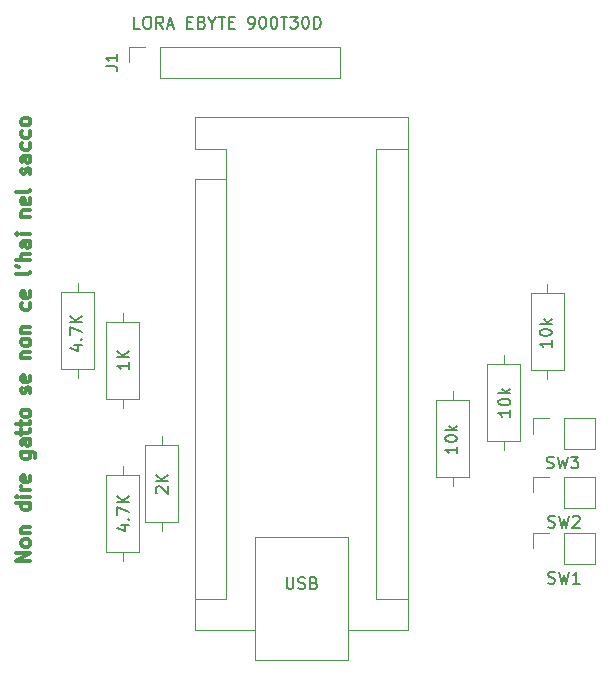
<source format=gto>
G04 #@! TF.GenerationSoftware,KiCad,Pcbnew,7.0.7*
G04 #@! TF.CreationDate,2024-03-11T23:12:30+01:00*
G04 #@! TF.ProjectId,RocketTX,526f636b-6574-4545-982e-6b696361645f,rev?*
G04 #@! TF.SameCoordinates,Original*
G04 #@! TF.FileFunction,Legend,Top*
G04 #@! TF.FilePolarity,Positive*
%FSLAX46Y46*%
G04 Gerber Fmt 4.6, Leading zero omitted, Abs format (unit mm)*
G04 Created by KiCad (PCBNEW 7.0.7) date 2024-03-11 23:12:30*
%MOMM*%
%LPD*%
G01*
G04 APERTURE LIST*
%ADD10C,0.300000*%
%ADD11C,0.150000*%
%ADD12C,0.120000*%
%ADD13C,1.600000*%
%ADD14O,1.600000X1.600000*%
%ADD15C,2.500000*%
%ADD16R,1.700000X1.700000*%
%ADD17O,1.700000X1.700000*%
%ADD18R,1.600000X1.600000*%
G04 APERTURE END LIST*
D10*
X110337542Y-109516917D02*
X109137542Y-109516917D01*
X109137542Y-109516917D02*
X110337542Y-108831203D01*
X110337542Y-108831203D02*
X109137542Y-108831203D01*
X110337542Y-108088346D02*
X110280400Y-108202631D01*
X110280400Y-108202631D02*
X110223257Y-108259774D01*
X110223257Y-108259774D02*
X110108971Y-108316917D01*
X110108971Y-108316917D02*
X109766114Y-108316917D01*
X109766114Y-108316917D02*
X109651828Y-108259774D01*
X109651828Y-108259774D02*
X109594685Y-108202631D01*
X109594685Y-108202631D02*
X109537542Y-108088346D01*
X109537542Y-108088346D02*
X109537542Y-107916917D01*
X109537542Y-107916917D02*
X109594685Y-107802631D01*
X109594685Y-107802631D02*
X109651828Y-107745489D01*
X109651828Y-107745489D02*
X109766114Y-107688346D01*
X109766114Y-107688346D02*
X110108971Y-107688346D01*
X110108971Y-107688346D02*
X110223257Y-107745489D01*
X110223257Y-107745489D02*
X110280400Y-107802631D01*
X110280400Y-107802631D02*
X110337542Y-107916917D01*
X110337542Y-107916917D02*
X110337542Y-108088346D01*
X109537542Y-107174060D02*
X110337542Y-107174060D01*
X109651828Y-107174060D02*
X109594685Y-107116917D01*
X109594685Y-107116917D02*
X109537542Y-107002632D01*
X109537542Y-107002632D02*
X109537542Y-106831203D01*
X109537542Y-106831203D02*
X109594685Y-106716917D01*
X109594685Y-106716917D02*
X109708971Y-106659775D01*
X109708971Y-106659775D02*
X110337542Y-106659775D01*
X110337542Y-104659775D02*
X109137542Y-104659775D01*
X110280400Y-104659775D02*
X110337542Y-104774060D01*
X110337542Y-104774060D02*
X110337542Y-105002632D01*
X110337542Y-105002632D02*
X110280400Y-105116917D01*
X110280400Y-105116917D02*
X110223257Y-105174060D01*
X110223257Y-105174060D02*
X110108971Y-105231203D01*
X110108971Y-105231203D02*
X109766114Y-105231203D01*
X109766114Y-105231203D02*
X109651828Y-105174060D01*
X109651828Y-105174060D02*
X109594685Y-105116917D01*
X109594685Y-105116917D02*
X109537542Y-105002632D01*
X109537542Y-105002632D02*
X109537542Y-104774060D01*
X109537542Y-104774060D02*
X109594685Y-104659775D01*
X110337542Y-104088346D02*
X109537542Y-104088346D01*
X109137542Y-104088346D02*
X109194685Y-104145489D01*
X109194685Y-104145489D02*
X109251828Y-104088346D01*
X109251828Y-104088346D02*
X109194685Y-104031203D01*
X109194685Y-104031203D02*
X109137542Y-104088346D01*
X109137542Y-104088346D02*
X109251828Y-104088346D01*
X110337542Y-103516917D02*
X109537542Y-103516917D01*
X109766114Y-103516917D02*
X109651828Y-103459774D01*
X109651828Y-103459774D02*
X109594685Y-103402632D01*
X109594685Y-103402632D02*
X109537542Y-103288346D01*
X109537542Y-103288346D02*
X109537542Y-103174060D01*
X110280400Y-102316917D02*
X110337542Y-102431203D01*
X110337542Y-102431203D02*
X110337542Y-102659775D01*
X110337542Y-102659775D02*
X110280400Y-102774060D01*
X110280400Y-102774060D02*
X110166114Y-102831203D01*
X110166114Y-102831203D02*
X109708971Y-102831203D01*
X109708971Y-102831203D02*
X109594685Y-102774060D01*
X109594685Y-102774060D02*
X109537542Y-102659775D01*
X109537542Y-102659775D02*
X109537542Y-102431203D01*
X109537542Y-102431203D02*
X109594685Y-102316917D01*
X109594685Y-102316917D02*
X109708971Y-102259775D01*
X109708971Y-102259775D02*
X109823257Y-102259775D01*
X109823257Y-102259775D02*
X109937542Y-102831203D01*
X109537542Y-100316918D02*
X110508971Y-100316918D01*
X110508971Y-100316918D02*
X110623257Y-100374060D01*
X110623257Y-100374060D02*
X110680400Y-100431203D01*
X110680400Y-100431203D02*
X110737542Y-100545489D01*
X110737542Y-100545489D02*
X110737542Y-100716918D01*
X110737542Y-100716918D02*
X110680400Y-100831203D01*
X110280400Y-100316918D02*
X110337542Y-100431203D01*
X110337542Y-100431203D02*
X110337542Y-100659775D01*
X110337542Y-100659775D02*
X110280400Y-100774060D01*
X110280400Y-100774060D02*
X110223257Y-100831203D01*
X110223257Y-100831203D02*
X110108971Y-100888346D01*
X110108971Y-100888346D02*
X109766114Y-100888346D01*
X109766114Y-100888346D02*
X109651828Y-100831203D01*
X109651828Y-100831203D02*
X109594685Y-100774060D01*
X109594685Y-100774060D02*
X109537542Y-100659775D01*
X109537542Y-100659775D02*
X109537542Y-100431203D01*
X109537542Y-100431203D02*
X109594685Y-100316918D01*
X110337542Y-99231204D02*
X109708971Y-99231204D01*
X109708971Y-99231204D02*
X109594685Y-99288346D01*
X109594685Y-99288346D02*
X109537542Y-99402632D01*
X109537542Y-99402632D02*
X109537542Y-99631204D01*
X109537542Y-99631204D02*
X109594685Y-99745489D01*
X110280400Y-99231204D02*
X110337542Y-99345489D01*
X110337542Y-99345489D02*
X110337542Y-99631204D01*
X110337542Y-99631204D02*
X110280400Y-99745489D01*
X110280400Y-99745489D02*
X110166114Y-99802632D01*
X110166114Y-99802632D02*
X110051828Y-99802632D01*
X110051828Y-99802632D02*
X109937542Y-99745489D01*
X109937542Y-99745489D02*
X109880400Y-99631204D01*
X109880400Y-99631204D02*
X109880400Y-99345489D01*
X109880400Y-99345489D02*
X109823257Y-99231204D01*
X109537542Y-98831204D02*
X109537542Y-98374061D01*
X109137542Y-98659775D02*
X110166114Y-98659775D01*
X110166114Y-98659775D02*
X110280400Y-98602632D01*
X110280400Y-98602632D02*
X110337542Y-98488347D01*
X110337542Y-98488347D02*
X110337542Y-98374061D01*
X109537542Y-98145490D02*
X109537542Y-97688347D01*
X109137542Y-97974061D02*
X110166114Y-97974061D01*
X110166114Y-97974061D02*
X110280400Y-97916918D01*
X110280400Y-97916918D02*
X110337542Y-97802633D01*
X110337542Y-97802633D02*
X110337542Y-97688347D01*
X110337542Y-97116919D02*
X110280400Y-97231204D01*
X110280400Y-97231204D02*
X110223257Y-97288347D01*
X110223257Y-97288347D02*
X110108971Y-97345490D01*
X110108971Y-97345490D02*
X109766114Y-97345490D01*
X109766114Y-97345490D02*
X109651828Y-97288347D01*
X109651828Y-97288347D02*
X109594685Y-97231204D01*
X109594685Y-97231204D02*
X109537542Y-97116919D01*
X109537542Y-97116919D02*
X109537542Y-96945490D01*
X109537542Y-96945490D02*
X109594685Y-96831204D01*
X109594685Y-96831204D02*
X109651828Y-96774062D01*
X109651828Y-96774062D02*
X109766114Y-96716919D01*
X109766114Y-96716919D02*
X110108971Y-96716919D01*
X110108971Y-96716919D02*
X110223257Y-96774062D01*
X110223257Y-96774062D02*
X110280400Y-96831204D01*
X110280400Y-96831204D02*
X110337542Y-96945490D01*
X110337542Y-96945490D02*
X110337542Y-97116919D01*
X110280400Y-95345490D02*
X110337542Y-95231204D01*
X110337542Y-95231204D02*
X110337542Y-95002633D01*
X110337542Y-95002633D02*
X110280400Y-94888347D01*
X110280400Y-94888347D02*
X110166114Y-94831204D01*
X110166114Y-94831204D02*
X110108971Y-94831204D01*
X110108971Y-94831204D02*
X109994685Y-94888347D01*
X109994685Y-94888347D02*
X109937542Y-95002633D01*
X109937542Y-95002633D02*
X109937542Y-95174062D01*
X109937542Y-95174062D02*
X109880400Y-95288347D01*
X109880400Y-95288347D02*
X109766114Y-95345490D01*
X109766114Y-95345490D02*
X109708971Y-95345490D01*
X109708971Y-95345490D02*
X109594685Y-95288347D01*
X109594685Y-95288347D02*
X109537542Y-95174062D01*
X109537542Y-95174062D02*
X109537542Y-95002633D01*
X109537542Y-95002633D02*
X109594685Y-94888347D01*
X110280400Y-93859775D02*
X110337542Y-93974061D01*
X110337542Y-93974061D02*
X110337542Y-94202633D01*
X110337542Y-94202633D02*
X110280400Y-94316918D01*
X110280400Y-94316918D02*
X110166114Y-94374061D01*
X110166114Y-94374061D02*
X109708971Y-94374061D01*
X109708971Y-94374061D02*
X109594685Y-94316918D01*
X109594685Y-94316918D02*
X109537542Y-94202633D01*
X109537542Y-94202633D02*
X109537542Y-93974061D01*
X109537542Y-93974061D02*
X109594685Y-93859775D01*
X109594685Y-93859775D02*
X109708971Y-93802633D01*
X109708971Y-93802633D02*
X109823257Y-93802633D01*
X109823257Y-93802633D02*
X109937542Y-94374061D01*
X109537542Y-92374061D02*
X110337542Y-92374061D01*
X109651828Y-92374061D02*
X109594685Y-92316918D01*
X109594685Y-92316918D02*
X109537542Y-92202633D01*
X109537542Y-92202633D02*
X109537542Y-92031204D01*
X109537542Y-92031204D02*
X109594685Y-91916918D01*
X109594685Y-91916918D02*
X109708971Y-91859776D01*
X109708971Y-91859776D02*
X110337542Y-91859776D01*
X110337542Y-91116919D02*
X110280400Y-91231204D01*
X110280400Y-91231204D02*
X110223257Y-91288347D01*
X110223257Y-91288347D02*
X110108971Y-91345490D01*
X110108971Y-91345490D02*
X109766114Y-91345490D01*
X109766114Y-91345490D02*
X109651828Y-91288347D01*
X109651828Y-91288347D02*
X109594685Y-91231204D01*
X109594685Y-91231204D02*
X109537542Y-91116919D01*
X109537542Y-91116919D02*
X109537542Y-90945490D01*
X109537542Y-90945490D02*
X109594685Y-90831204D01*
X109594685Y-90831204D02*
X109651828Y-90774062D01*
X109651828Y-90774062D02*
X109766114Y-90716919D01*
X109766114Y-90716919D02*
X110108971Y-90716919D01*
X110108971Y-90716919D02*
X110223257Y-90774062D01*
X110223257Y-90774062D02*
X110280400Y-90831204D01*
X110280400Y-90831204D02*
X110337542Y-90945490D01*
X110337542Y-90945490D02*
X110337542Y-91116919D01*
X109537542Y-90202633D02*
X110337542Y-90202633D01*
X109651828Y-90202633D02*
X109594685Y-90145490D01*
X109594685Y-90145490D02*
X109537542Y-90031205D01*
X109537542Y-90031205D02*
X109537542Y-89859776D01*
X109537542Y-89859776D02*
X109594685Y-89745490D01*
X109594685Y-89745490D02*
X109708971Y-89688348D01*
X109708971Y-89688348D02*
X110337542Y-89688348D01*
X110280400Y-87688348D02*
X110337542Y-87802633D01*
X110337542Y-87802633D02*
X110337542Y-88031205D01*
X110337542Y-88031205D02*
X110280400Y-88145490D01*
X110280400Y-88145490D02*
X110223257Y-88202633D01*
X110223257Y-88202633D02*
X110108971Y-88259776D01*
X110108971Y-88259776D02*
X109766114Y-88259776D01*
X109766114Y-88259776D02*
X109651828Y-88202633D01*
X109651828Y-88202633D02*
X109594685Y-88145490D01*
X109594685Y-88145490D02*
X109537542Y-88031205D01*
X109537542Y-88031205D02*
X109537542Y-87802633D01*
X109537542Y-87802633D02*
X109594685Y-87688348D01*
X110280400Y-86716919D02*
X110337542Y-86831205D01*
X110337542Y-86831205D02*
X110337542Y-87059777D01*
X110337542Y-87059777D02*
X110280400Y-87174062D01*
X110280400Y-87174062D02*
X110166114Y-87231205D01*
X110166114Y-87231205D02*
X109708971Y-87231205D01*
X109708971Y-87231205D02*
X109594685Y-87174062D01*
X109594685Y-87174062D02*
X109537542Y-87059777D01*
X109537542Y-87059777D02*
X109537542Y-86831205D01*
X109537542Y-86831205D02*
X109594685Y-86716919D01*
X109594685Y-86716919D02*
X109708971Y-86659777D01*
X109708971Y-86659777D02*
X109823257Y-86659777D01*
X109823257Y-86659777D02*
X109937542Y-87231205D01*
X110337542Y-85059777D02*
X110280400Y-85174062D01*
X110280400Y-85174062D02*
X110166114Y-85231205D01*
X110166114Y-85231205D02*
X109137542Y-85231205D01*
X109137542Y-84545491D02*
X109366114Y-84659777D01*
X110337542Y-84031205D02*
X109137542Y-84031205D01*
X110337542Y-83516920D02*
X109708971Y-83516920D01*
X109708971Y-83516920D02*
X109594685Y-83574062D01*
X109594685Y-83574062D02*
X109537542Y-83688348D01*
X109537542Y-83688348D02*
X109537542Y-83859777D01*
X109537542Y-83859777D02*
X109594685Y-83974062D01*
X109594685Y-83974062D02*
X109651828Y-84031205D01*
X110337542Y-82431206D02*
X109708971Y-82431206D01*
X109708971Y-82431206D02*
X109594685Y-82488348D01*
X109594685Y-82488348D02*
X109537542Y-82602634D01*
X109537542Y-82602634D02*
X109537542Y-82831206D01*
X109537542Y-82831206D02*
X109594685Y-82945491D01*
X110280400Y-82431206D02*
X110337542Y-82545491D01*
X110337542Y-82545491D02*
X110337542Y-82831206D01*
X110337542Y-82831206D02*
X110280400Y-82945491D01*
X110280400Y-82945491D02*
X110166114Y-83002634D01*
X110166114Y-83002634D02*
X110051828Y-83002634D01*
X110051828Y-83002634D02*
X109937542Y-82945491D01*
X109937542Y-82945491D02*
X109880400Y-82831206D01*
X109880400Y-82831206D02*
X109880400Y-82545491D01*
X109880400Y-82545491D02*
X109823257Y-82431206D01*
X110337542Y-81859777D02*
X109537542Y-81859777D01*
X109137542Y-81859777D02*
X109194685Y-81916920D01*
X109194685Y-81916920D02*
X109251828Y-81859777D01*
X109251828Y-81859777D02*
X109194685Y-81802634D01*
X109194685Y-81802634D02*
X109137542Y-81859777D01*
X109137542Y-81859777D02*
X109251828Y-81859777D01*
X109537542Y-80374062D02*
X110337542Y-80374062D01*
X109651828Y-80374062D02*
X109594685Y-80316919D01*
X109594685Y-80316919D02*
X109537542Y-80202634D01*
X109537542Y-80202634D02*
X109537542Y-80031205D01*
X109537542Y-80031205D02*
X109594685Y-79916919D01*
X109594685Y-79916919D02*
X109708971Y-79859777D01*
X109708971Y-79859777D02*
X110337542Y-79859777D01*
X110280400Y-78831205D02*
X110337542Y-78945491D01*
X110337542Y-78945491D02*
X110337542Y-79174063D01*
X110337542Y-79174063D02*
X110280400Y-79288348D01*
X110280400Y-79288348D02*
X110166114Y-79345491D01*
X110166114Y-79345491D02*
X109708971Y-79345491D01*
X109708971Y-79345491D02*
X109594685Y-79288348D01*
X109594685Y-79288348D02*
X109537542Y-79174063D01*
X109537542Y-79174063D02*
X109537542Y-78945491D01*
X109537542Y-78945491D02*
X109594685Y-78831205D01*
X109594685Y-78831205D02*
X109708971Y-78774063D01*
X109708971Y-78774063D02*
X109823257Y-78774063D01*
X109823257Y-78774063D02*
X109937542Y-79345491D01*
X110337542Y-78088349D02*
X110280400Y-78202634D01*
X110280400Y-78202634D02*
X110166114Y-78259777D01*
X110166114Y-78259777D02*
X109137542Y-78259777D01*
X110280400Y-76774063D02*
X110337542Y-76659777D01*
X110337542Y-76659777D02*
X110337542Y-76431206D01*
X110337542Y-76431206D02*
X110280400Y-76316920D01*
X110280400Y-76316920D02*
X110166114Y-76259777D01*
X110166114Y-76259777D02*
X110108971Y-76259777D01*
X110108971Y-76259777D02*
X109994685Y-76316920D01*
X109994685Y-76316920D02*
X109937542Y-76431206D01*
X109937542Y-76431206D02*
X109937542Y-76602635D01*
X109937542Y-76602635D02*
X109880400Y-76716920D01*
X109880400Y-76716920D02*
X109766114Y-76774063D01*
X109766114Y-76774063D02*
X109708971Y-76774063D01*
X109708971Y-76774063D02*
X109594685Y-76716920D01*
X109594685Y-76716920D02*
X109537542Y-76602635D01*
X109537542Y-76602635D02*
X109537542Y-76431206D01*
X109537542Y-76431206D02*
X109594685Y-76316920D01*
X110337542Y-75231206D02*
X109708971Y-75231206D01*
X109708971Y-75231206D02*
X109594685Y-75288348D01*
X109594685Y-75288348D02*
X109537542Y-75402634D01*
X109537542Y-75402634D02*
X109537542Y-75631206D01*
X109537542Y-75631206D02*
X109594685Y-75745491D01*
X110280400Y-75231206D02*
X110337542Y-75345491D01*
X110337542Y-75345491D02*
X110337542Y-75631206D01*
X110337542Y-75631206D02*
X110280400Y-75745491D01*
X110280400Y-75745491D02*
X110166114Y-75802634D01*
X110166114Y-75802634D02*
X110051828Y-75802634D01*
X110051828Y-75802634D02*
X109937542Y-75745491D01*
X109937542Y-75745491D02*
X109880400Y-75631206D01*
X109880400Y-75631206D02*
X109880400Y-75345491D01*
X109880400Y-75345491D02*
X109823257Y-75231206D01*
X110280400Y-74145492D02*
X110337542Y-74259777D01*
X110337542Y-74259777D02*
X110337542Y-74488349D01*
X110337542Y-74488349D02*
X110280400Y-74602634D01*
X110280400Y-74602634D02*
X110223257Y-74659777D01*
X110223257Y-74659777D02*
X110108971Y-74716920D01*
X110108971Y-74716920D02*
X109766114Y-74716920D01*
X109766114Y-74716920D02*
X109651828Y-74659777D01*
X109651828Y-74659777D02*
X109594685Y-74602634D01*
X109594685Y-74602634D02*
X109537542Y-74488349D01*
X109537542Y-74488349D02*
X109537542Y-74259777D01*
X109537542Y-74259777D02*
X109594685Y-74145492D01*
X110280400Y-73116921D02*
X110337542Y-73231206D01*
X110337542Y-73231206D02*
X110337542Y-73459778D01*
X110337542Y-73459778D02*
X110280400Y-73574063D01*
X110280400Y-73574063D02*
X110223257Y-73631206D01*
X110223257Y-73631206D02*
X110108971Y-73688349D01*
X110108971Y-73688349D02*
X109766114Y-73688349D01*
X109766114Y-73688349D02*
X109651828Y-73631206D01*
X109651828Y-73631206D02*
X109594685Y-73574063D01*
X109594685Y-73574063D02*
X109537542Y-73459778D01*
X109537542Y-73459778D02*
X109537542Y-73231206D01*
X109537542Y-73231206D02*
X109594685Y-73116921D01*
X110337542Y-72431207D02*
X110280400Y-72545492D01*
X110280400Y-72545492D02*
X110223257Y-72602635D01*
X110223257Y-72602635D02*
X110108971Y-72659778D01*
X110108971Y-72659778D02*
X109766114Y-72659778D01*
X109766114Y-72659778D02*
X109651828Y-72602635D01*
X109651828Y-72602635D02*
X109594685Y-72545492D01*
X109594685Y-72545492D02*
X109537542Y-72431207D01*
X109537542Y-72431207D02*
X109537542Y-72259778D01*
X109537542Y-72259778D02*
X109594685Y-72145492D01*
X109594685Y-72145492D02*
X109651828Y-72088350D01*
X109651828Y-72088350D02*
X109766114Y-72031207D01*
X109766114Y-72031207D02*
X110108971Y-72031207D01*
X110108971Y-72031207D02*
X110223257Y-72088350D01*
X110223257Y-72088350D02*
X110280400Y-72145492D01*
X110280400Y-72145492D02*
X110337542Y-72259778D01*
X110337542Y-72259778D02*
X110337542Y-72431207D01*
D11*
X118038152Y-106523809D02*
X118704819Y-106523809D01*
X117657200Y-106761904D02*
X118371485Y-106999999D01*
X118371485Y-106999999D02*
X118371485Y-106380952D01*
X118609580Y-105999999D02*
X118657200Y-105952380D01*
X118657200Y-105952380D02*
X118704819Y-105999999D01*
X118704819Y-105999999D02*
X118657200Y-106047618D01*
X118657200Y-106047618D02*
X118609580Y-105999999D01*
X118609580Y-105999999D02*
X118704819Y-105999999D01*
X117704819Y-105619047D02*
X117704819Y-104952381D01*
X117704819Y-104952381D02*
X118704819Y-105380952D01*
X118704819Y-104571428D02*
X117704819Y-104571428D01*
X118704819Y-104000000D02*
X118133390Y-104428571D01*
X117704819Y-104000000D02*
X118276247Y-104571428D01*
X150954819Y-96734238D02*
X150954819Y-97305666D01*
X150954819Y-97019952D02*
X149954819Y-97019952D01*
X149954819Y-97019952D02*
X150097676Y-97115190D01*
X150097676Y-97115190D02*
X150192914Y-97210428D01*
X150192914Y-97210428D02*
X150240533Y-97305666D01*
X149954819Y-96115190D02*
X149954819Y-96019952D01*
X149954819Y-96019952D02*
X150002438Y-95924714D01*
X150002438Y-95924714D02*
X150050057Y-95877095D01*
X150050057Y-95877095D02*
X150145295Y-95829476D01*
X150145295Y-95829476D02*
X150335771Y-95781857D01*
X150335771Y-95781857D02*
X150573866Y-95781857D01*
X150573866Y-95781857D02*
X150764342Y-95829476D01*
X150764342Y-95829476D02*
X150859580Y-95877095D01*
X150859580Y-95877095D02*
X150907200Y-95924714D01*
X150907200Y-95924714D02*
X150954819Y-96019952D01*
X150954819Y-96019952D02*
X150954819Y-96115190D01*
X150954819Y-96115190D02*
X150907200Y-96210428D01*
X150907200Y-96210428D02*
X150859580Y-96258047D01*
X150859580Y-96258047D02*
X150764342Y-96305666D01*
X150764342Y-96305666D02*
X150573866Y-96353285D01*
X150573866Y-96353285D02*
X150335771Y-96353285D01*
X150335771Y-96353285D02*
X150145295Y-96305666D01*
X150145295Y-96305666D02*
X150050057Y-96258047D01*
X150050057Y-96258047D02*
X150002438Y-96210428D01*
X150002438Y-96210428D02*
X149954819Y-96115190D01*
X150954819Y-95353285D02*
X149954819Y-95353285D01*
X150573866Y-95258047D02*
X150954819Y-94972333D01*
X150288152Y-94972333D02*
X150669104Y-95353285D01*
X114038152Y-91273809D02*
X114704819Y-91273809D01*
X113657200Y-91511904D02*
X114371485Y-91749999D01*
X114371485Y-91749999D02*
X114371485Y-91130952D01*
X114609580Y-90749999D02*
X114657200Y-90702380D01*
X114657200Y-90702380D02*
X114704819Y-90749999D01*
X114704819Y-90749999D02*
X114657200Y-90797618D01*
X114657200Y-90797618D02*
X114609580Y-90749999D01*
X114609580Y-90749999D02*
X114704819Y-90749999D01*
X113704819Y-90369047D02*
X113704819Y-89702381D01*
X113704819Y-89702381D02*
X114704819Y-90130952D01*
X114704819Y-89321428D02*
X113704819Y-89321428D01*
X114704819Y-88750000D02*
X114133390Y-89178571D01*
X113704819Y-88750000D02*
X114276247Y-89321428D01*
X118704819Y-92714285D02*
X118704819Y-93285713D01*
X118704819Y-92999999D02*
X117704819Y-92999999D01*
X117704819Y-92999999D02*
X117847676Y-93095237D01*
X117847676Y-93095237D02*
X117942914Y-93190475D01*
X117942914Y-93190475D02*
X117990533Y-93285713D01*
X118704819Y-92285713D02*
X117704819Y-92285713D01*
X118704819Y-91714285D02*
X118133390Y-92142856D01*
X117704819Y-91714285D02*
X118276247Y-92285713D01*
X116699819Y-67643333D02*
X117414104Y-67643333D01*
X117414104Y-67643333D02*
X117556961Y-67690952D01*
X117556961Y-67690952D02*
X117652200Y-67786190D01*
X117652200Y-67786190D02*
X117699819Y-67929047D01*
X117699819Y-67929047D02*
X117699819Y-68024285D01*
X117699819Y-66643333D02*
X117699819Y-67214761D01*
X117699819Y-66929047D02*
X116699819Y-66929047D01*
X116699819Y-66929047D02*
X116842676Y-67024285D01*
X116842676Y-67024285D02*
X116937914Y-67119523D01*
X116937914Y-67119523D02*
X116985533Y-67214761D01*
X119619046Y-64454819D02*
X119142856Y-64454819D01*
X119142856Y-64454819D02*
X119142856Y-63454819D01*
X120142856Y-63454819D02*
X120333332Y-63454819D01*
X120333332Y-63454819D02*
X120428570Y-63502438D01*
X120428570Y-63502438D02*
X120523808Y-63597676D01*
X120523808Y-63597676D02*
X120571427Y-63788152D01*
X120571427Y-63788152D02*
X120571427Y-64121485D01*
X120571427Y-64121485D02*
X120523808Y-64311961D01*
X120523808Y-64311961D02*
X120428570Y-64407200D01*
X120428570Y-64407200D02*
X120333332Y-64454819D01*
X120333332Y-64454819D02*
X120142856Y-64454819D01*
X120142856Y-64454819D02*
X120047618Y-64407200D01*
X120047618Y-64407200D02*
X119952380Y-64311961D01*
X119952380Y-64311961D02*
X119904761Y-64121485D01*
X119904761Y-64121485D02*
X119904761Y-63788152D01*
X119904761Y-63788152D02*
X119952380Y-63597676D01*
X119952380Y-63597676D02*
X120047618Y-63502438D01*
X120047618Y-63502438D02*
X120142856Y-63454819D01*
X121571427Y-64454819D02*
X121238094Y-63978628D01*
X120999999Y-64454819D02*
X120999999Y-63454819D01*
X120999999Y-63454819D02*
X121380951Y-63454819D01*
X121380951Y-63454819D02*
X121476189Y-63502438D01*
X121476189Y-63502438D02*
X121523808Y-63550057D01*
X121523808Y-63550057D02*
X121571427Y-63645295D01*
X121571427Y-63645295D02*
X121571427Y-63788152D01*
X121571427Y-63788152D02*
X121523808Y-63883390D01*
X121523808Y-63883390D02*
X121476189Y-63931009D01*
X121476189Y-63931009D02*
X121380951Y-63978628D01*
X121380951Y-63978628D02*
X120999999Y-63978628D01*
X121952380Y-64169104D02*
X122428570Y-64169104D01*
X121857142Y-64454819D02*
X122190475Y-63454819D01*
X122190475Y-63454819D02*
X122523808Y-64454819D01*
X123619047Y-63931009D02*
X123952380Y-63931009D01*
X124095237Y-64454819D02*
X123619047Y-64454819D01*
X123619047Y-64454819D02*
X123619047Y-63454819D01*
X123619047Y-63454819D02*
X124095237Y-63454819D01*
X124857142Y-63931009D02*
X124999999Y-63978628D01*
X124999999Y-63978628D02*
X125047618Y-64026247D01*
X125047618Y-64026247D02*
X125095237Y-64121485D01*
X125095237Y-64121485D02*
X125095237Y-64264342D01*
X125095237Y-64264342D02*
X125047618Y-64359580D01*
X125047618Y-64359580D02*
X124999999Y-64407200D01*
X124999999Y-64407200D02*
X124904761Y-64454819D01*
X124904761Y-64454819D02*
X124523809Y-64454819D01*
X124523809Y-64454819D02*
X124523809Y-63454819D01*
X124523809Y-63454819D02*
X124857142Y-63454819D01*
X124857142Y-63454819D02*
X124952380Y-63502438D01*
X124952380Y-63502438D02*
X124999999Y-63550057D01*
X124999999Y-63550057D02*
X125047618Y-63645295D01*
X125047618Y-63645295D02*
X125047618Y-63740533D01*
X125047618Y-63740533D02*
X124999999Y-63835771D01*
X124999999Y-63835771D02*
X124952380Y-63883390D01*
X124952380Y-63883390D02*
X124857142Y-63931009D01*
X124857142Y-63931009D02*
X124523809Y-63931009D01*
X125714285Y-63978628D02*
X125714285Y-64454819D01*
X125380952Y-63454819D02*
X125714285Y-63978628D01*
X125714285Y-63978628D02*
X126047618Y-63454819D01*
X126238095Y-63454819D02*
X126809523Y-63454819D01*
X126523809Y-64454819D02*
X126523809Y-63454819D01*
X127142857Y-63931009D02*
X127476190Y-63931009D01*
X127619047Y-64454819D02*
X127142857Y-64454819D01*
X127142857Y-64454819D02*
X127142857Y-63454819D01*
X127142857Y-63454819D02*
X127619047Y-63454819D01*
X128857143Y-64454819D02*
X129047619Y-64454819D01*
X129047619Y-64454819D02*
X129142857Y-64407200D01*
X129142857Y-64407200D02*
X129190476Y-64359580D01*
X129190476Y-64359580D02*
X129285714Y-64216723D01*
X129285714Y-64216723D02*
X129333333Y-64026247D01*
X129333333Y-64026247D02*
X129333333Y-63645295D01*
X129333333Y-63645295D02*
X129285714Y-63550057D01*
X129285714Y-63550057D02*
X129238095Y-63502438D01*
X129238095Y-63502438D02*
X129142857Y-63454819D01*
X129142857Y-63454819D02*
X128952381Y-63454819D01*
X128952381Y-63454819D02*
X128857143Y-63502438D01*
X128857143Y-63502438D02*
X128809524Y-63550057D01*
X128809524Y-63550057D02*
X128761905Y-63645295D01*
X128761905Y-63645295D02*
X128761905Y-63883390D01*
X128761905Y-63883390D02*
X128809524Y-63978628D01*
X128809524Y-63978628D02*
X128857143Y-64026247D01*
X128857143Y-64026247D02*
X128952381Y-64073866D01*
X128952381Y-64073866D02*
X129142857Y-64073866D01*
X129142857Y-64073866D02*
X129238095Y-64026247D01*
X129238095Y-64026247D02*
X129285714Y-63978628D01*
X129285714Y-63978628D02*
X129333333Y-63883390D01*
X129952381Y-63454819D02*
X130047619Y-63454819D01*
X130047619Y-63454819D02*
X130142857Y-63502438D01*
X130142857Y-63502438D02*
X130190476Y-63550057D01*
X130190476Y-63550057D02*
X130238095Y-63645295D01*
X130238095Y-63645295D02*
X130285714Y-63835771D01*
X130285714Y-63835771D02*
X130285714Y-64073866D01*
X130285714Y-64073866D02*
X130238095Y-64264342D01*
X130238095Y-64264342D02*
X130190476Y-64359580D01*
X130190476Y-64359580D02*
X130142857Y-64407200D01*
X130142857Y-64407200D02*
X130047619Y-64454819D01*
X130047619Y-64454819D02*
X129952381Y-64454819D01*
X129952381Y-64454819D02*
X129857143Y-64407200D01*
X129857143Y-64407200D02*
X129809524Y-64359580D01*
X129809524Y-64359580D02*
X129761905Y-64264342D01*
X129761905Y-64264342D02*
X129714286Y-64073866D01*
X129714286Y-64073866D02*
X129714286Y-63835771D01*
X129714286Y-63835771D02*
X129761905Y-63645295D01*
X129761905Y-63645295D02*
X129809524Y-63550057D01*
X129809524Y-63550057D02*
X129857143Y-63502438D01*
X129857143Y-63502438D02*
X129952381Y-63454819D01*
X130904762Y-63454819D02*
X131000000Y-63454819D01*
X131000000Y-63454819D02*
X131095238Y-63502438D01*
X131095238Y-63502438D02*
X131142857Y-63550057D01*
X131142857Y-63550057D02*
X131190476Y-63645295D01*
X131190476Y-63645295D02*
X131238095Y-63835771D01*
X131238095Y-63835771D02*
X131238095Y-64073866D01*
X131238095Y-64073866D02*
X131190476Y-64264342D01*
X131190476Y-64264342D02*
X131142857Y-64359580D01*
X131142857Y-64359580D02*
X131095238Y-64407200D01*
X131095238Y-64407200D02*
X131000000Y-64454819D01*
X131000000Y-64454819D02*
X130904762Y-64454819D01*
X130904762Y-64454819D02*
X130809524Y-64407200D01*
X130809524Y-64407200D02*
X130761905Y-64359580D01*
X130761905Y-64359580D02*
X130714286Y-64264342D01*
X130714286Y-64264342D02*
X130666667Y-64073866D01*
X130666667Y-64073866D02*
X130666667Y-63835771D01*
X130666667Y-63835771D02*
X130714286Y-63645295D01*
X130714286Y-63645295D02*
X130761905Y-63550057D01*
X130761905Y-63550057D02*
X130809524Y-63502438D01*
X130809524Y-63502438D02*
X130904762Y-63454819D01*
X131523810Y-63454819D02*
X132095238Y-63454819D01*
X131809524Y-64454819D02*
X131809524Y-63454819D01*
X132333334Y-63454819D02*
X132952381Y-63454819D01*
X132952381Y-63454819D02*
X132619048Y-63835771D01*
X132619048Y-63835771D02*
X132761905Y-63835771D01*
X132761905Y-63835771D02*
X132857143Y-63883390D01*
X132857143Y-63883390D02*
X132904762Y-63931009D01*
X132904762Y-63931009D02*
X132952381Y-64026247D01*
X132952381Y-64026247D02*
X132952381Y-64264342D01*
X132952381Y-64264342D02*
X132904762Y-64359580D01*
X132904762Y-64359580D02*
X132857143Y-64407200D01*
X132857143Y-64407200D02*
X132761905Y-64454819D01*
X132761905Y-64454819D02*
X132476191Y-64454819D01*
X132476191Y-64454819D02*
X132380953Y-64407200D01*
X132380953Y-64407200D02*
X132333334Y-64359580D01*
X133571429Y-63454819D02*
X133666667Y-63454819D01*
X133666667Y-63454819D02*
X133761905Y-63502438D01*
X133761905Y-63502438D02*
X133809524Y-63550057D01*
X133809524Y-63550057D02*
X133857143Y-63645295D01*
X133857143Y-63645295D02*
X133904762Y-63835771D01*
X133904762Y-63835771D02*
X133904762Y-64073866D01*
X133904762Y-64073866D02*
X133857143Y-64264342D01*
X133857143Y-64264342D02*
X133809524Y-64359580D01*
X133809524Y-64359580D02*
X133761905Y-64407200D01*
X133761905Y-64407200D02*
X133666667Y-64454819D01*
X133666667Y-64454819D02*
X133571429Y-64454819D01*
X133571429Y-64454819D02*
X133476191Y-64407200D01*
X133476191Y-64407200D02*
X133428572Y-64359580D01*
X133428572Y-64359580D02*
X133380953Y-64264342D01*
X133380953Y-64264342D02*
X133333334Y-64073866D01*
X133333334Y-64073866D02*
X133333334Y-63835771D01*
X133333334Y-63835771D02*
X133380953Y-63645295D01*
X133380953Y-63645295D02*
X133428572Y-63550057D01*
X133428572Y-63550057D02*
X133476191Y-63502438D01*
X133476191Y-63502438D02*
X133571429Y-63454819D01*
X134333334Y-64454819D02*
X134333334Y-63454819D01*
X134333334Y-63454819D02*
X134571429Y-63454819D01*
X134571429Y-63454819D02*
X134714286Y-63502438D01*
X134714286Y-63502438D02*
X134809524Y-63597676D01*
X134809524Y-63597676D02*
X134857143Y-63692914D01*
X134857143Y-63692914D02*
X134904762Y-63883390D01*
X134904762Y-63883390D02*
X134904762Y-64026247D01*
X134904762Y-64026247D02*
X134857143Y-64216723D01*
X134857143Y-64216723D02*
X134809524Y-64311961D01*
X134809524Y-64311961D02*
X134714286Y-64407200D01*
X134714286Y-64407200D02*
X134571429Y-64454819D01*
X134571429Y-64454819D02*
X134333334Y-64454819D01*
X154166667Y-111407200D02*
X154309524Y-111454819D01*
X154309524Y-111454819D02*
X154547619Y-111454819D01*
X154547619Y-111454819D02*
X154642857Y-111407200D01*
X154642857Y-111407200D02*
X154690476Y-111359580D01*
X154690476Y-111359580D02*
X154738095Y-111264342D01*
X154738095Y-111264342D02*
X154738095Y-111169104D01*
X154738095Y-111169104D02*
X154690476Y-111073866D01*
X154690476Y-111073866D02*
X154642857Y-111026247D01*
X154642857Y-111026247D02*
X154547619Y-110978628D01*
X154547619Y-110978628D02*
X154357143Y-110931009D01*
X154357143Y-110931009D02*
X154261905Y-110883390D01*
X154261905Y-110883390D02*
X154214286Y-110835771D01*
X154214286Y-110835771D02*
X154166667Y-110740533D01*
X154166667Y-110740533D02*
X154166667Y-110645295D01*
X154166667Y-110645295D02*
X154214286Y-110550057D01*
X154214286Y-110550057D02*
X154261905Y-110502438D01*
X154261905Y-110502438D02*
X154357143Y-110454819D01*
X154357143Y-110454819D02*
X154595238Y-110454819D01*
X154595238Y-110454819D02*
X154738095Y-110502438D01*
X155071429Y-110454819D02*
X155309524Y-111454819D01*
X155309524Y-111454819D02*
X155500000Y-110740533D01*
X155500000Y-110740533D02*
X155690476Y-111454819D01*
X155690476Y-111454819D02*
X155928572Y-110454819D01*
X156833333Y-111454819D02*
X156261905Y-111454819D01*
X156547619Y-111454819D02*
X156547619Y-110454819D01*
X156547619Y-110454819D02*
X156452381Y-110597676D01*
X156452381Y-110597676D02*
X156357143Y-110692914D01*
X156357143Y-110692914D02*
X156261905Y-110740533D01*
X154166667Y-106657200D02*
X154309524Y-106704819D01*
X154309524Y-106704819D02*
X154547619Y-106704819D01*
X154547619Y-106704819D02*
X154642857Y-106657200D01*
X154642857Y-106657200D02*
X154690476Y-106609580D01*
X154690476Y-106609580D02*
X154738095Y-106514342D01*
X154738095Y-106514342D02*
X154738095Y-106419104D01*
X154738095Y-106419104D02*
X154690476Y-106323866D01*
X154690476Y-106323866D02*
X154642857Y-106276247D01*
X154642857Y-106276247D02*
X154547619Y-106228628D01*
X154547619Y-106228628D02*
X154357143Y-106181009D01*
X154357143Y-106181009D02*
X154261905Y-106133390D01*
X154261905Y-106133390D02*
X154214286Y-106085771D01*
X154214286Y-106085771D02*
X154166667Y-105990533D01*
X154166667Y-105990533D02*
X154166667Y-105895295D01*
X154166667Y-105895295D02*
X154214286Y-105800057D01*
X154214286Y-105800057D02*
X154261905Y-105752438D01*
X154261905Y-105752438D02*
X154357143Y-105704819D01*
X154357143Y-105704819D02*
X154595238Y-105704819D01*
X154595238Y-105704819D02*
X154738095Y-105752438D01*
X155071429Y-105704819D02*
X155309524Y-106704819D01*
X155309524Y-106704819D02*
X155500000Y-105990533D01*
X155500000Y-105990533D02*
X155690476Y-106704819D01*
X155690476Y-106704819D02*
X155928572Y-105704819D01*
X156261905Y-105800057D02*
X156309524Y-105752438D01*
X156309524Y-105752438D02*
X156404762Y-105704819D01*
X156404762Y-105704819D02*
X156642857Y-105704819D01*
X156642857Y-105704819D02*
X156738095Y-105752438D01*
X156738095Y-105752438D02*
X156785714Y-105800057D01*
X156785714Y-105800057D02*
X156833333Y-105895295D01*
X156833333Y-105895295D02*
X156833333Y-105990533D01*
X156833333Y-105990533D02*
X156785714Y-106133390D01*
X156785714Y-106133390D02*
X156214286Y-106704819D01*
X156214286Y-106704819D02*
X156833333Y-106704819D01*
X146454819Y-99845238D02*
X146454819Y-100416666D01*
X146454819Y-100130952D02*
X145454819Y-100130952D01*
X145454819Y-100130952D02*
X145597676Y-100226190D01*
X145597676Y-100226190D02*
X145692914Y-100321428D01*
X145692914Y-100321428D02*
X145740533Y-100416666D01*
X145454819Y-99226190D02*
X145454819Y-99130952D01*
X145454819Y-99130952D02*
X145502438Y-99035714D01*
X145502438Y-99035714D02*
X145550057Y-98988095D01*
X145550057Y-98988095D02*
X145645295Y-98940476D01*
X145645295Y-98940476D02*
X145835771Y-98892857D01*
X145835771Y-98892857D02*
X146073866Y-98892857D01*
X146073866Y-98892857D02*
X146264342Y-98940476D01*
X146264342Y-98940476D02*
X146359580Y-98988095D01*
X146359580Y-98988095D02*
X146407200Y-99035714D01*
X146407200Y-99035714D02*
X146454819Y-99130952D01*
X146454819Y-99130952D02*
X146454819Y-99226190D01*
X146454819Y-99226190D02*
X146407200Y-99321428D01*
X146407200Y-99321428D02*
X146359580Y-99369047D01*
X146359580Y-99369047D02*
X146264342Y-99416666D01*
X146264342Y-99416666D02*
X146073866Y-99464285D01*
X146073866Y-99464285D02*
X145835771Y-99464285D01*
X145835771Y-99464285D02*
X145645295Y-99416666D01*
X145645295Y-99416666D02*
X145550057Y-99369047D01*
X145550057Y-99369047D02*
X145502438Y-99321428D01*
X145502438Y-99321428D02*
X145454819Y-99226190D01*
X146454819Y-98464285D02*
X145454819Y-98464285D01*
X146073866Y-98369047D02*
X146454819Y-98083333D01*
X145788152Y-98083333D02*
X146169104Y-98464285D01*
X132016095Y-110905819D02*
X132016095Y-111715342D01*
X132016095Y-111715342D02*
X132063714Y-111810580D01*
X132063714Y-111810580D02*
X132111333Y-111858200D01*
X132111333Y-111858200D02*
X132206571Y-111905819D01*
X132206571Y-111905819D02*
X132397047Y-111905819D01*
X132397047Y-111905819D02*
X132492285Y-111858200D01*
X132492285Y-111858200D02*
X132539904Y-111810580D01*
X132539904Y-111810580D02*
X132587523Y-111715342D01*
X132587523Y-111715342D02*
X132587523Y-110905819D01*
X133016095Y-111858200D02*
X133158952Y-111905819D01*
X133158952Y-111905819D02*
X133397047Y-111905819D01*
X133397047Y-111905819D02*
X133492285Y-111858200D01*
X133492285Y-111858200D02*
X133539904Y-111810580D01*
X133539904Y-111810580D02*
X133587523Y-111715342D01*
X133587523Y-111715342D02*
X133587523Y-111620104D01*
X133587523Y-111620104D02*
X133539904Y-111524866D01*
X133539904Y-111524866D02*
X133492285Y-111477247D01*
X133492285Y-111477247D02*
X133397047Y-111429628D01*
X133397047Y-111429628D02*
X133206571Y-111382009D01*
X133206571Y-111382009D02*
X133111333Y-111334390D01*
X133111333Y-111334390D02*
X133063714Y-111286771D01*
X133063714Y-111286771D02*
X133016095Y-111191533D01*
X133016095Y-111191533D02*
X133016095Y-111096295D01*
X133016095Y-111096295D02*
X133063714Y-111001057D01*
X133063714Y-111001057D02*
X133111333Y-110953438D01*
X133111333Y-110953438D02*
X133206571Y-110905819D01*
X133206571Y-110905819D02*
X133444666Y-110905819D01*
X133444666Y-110905819D02*
X133587523Y-110953438D01*
X134349428Y-111382009D02*
X134492285Y-111429628D01*
X134492285Y-111429628D02*
X134539904Y-111477247D01*
X134539904Y-111477247D02*
X134587523Y-111572485D01*
X134587523Y-111572485D02*
X134587523Y-111715342D01*
X134587523Y-111715342D02*
X134539904Y-111810580D01*
X134539904Y-111810580D02*
X134492285Y-111858200D01*
X134492285Y-111858200D02*
X134397047Y-111905819D01*
X134397047Y-111905819D02*
X134016095Y-111905819D01*
X134016095Y-111905819D02*
X134016095Y-110905819D01*
X134016095Y-110905819D02*
X134349428Y-110905819D01*
X134349428Y-110905819D02*
X134444666Y-110953438D01*
X134444666Y-110953438D02*
X134492285Y-111001057D01*
X134492285Y-111001057D02*
X134539904Y-111096295D01*
X134539904Y-111096295D02*
X134539904Y-111191533D01*
X134539904Y-111191533D02*
X134492285Y-111286771D01*
X134492285Y-111286771D02*
X134444666Y-111334390D01*
X134444666Y-111334390D02*
X134349428Y-111382009D01*
X134349428Y-111382009D02*
X134016095Y-111382009D01*
X154454819Y-90845238D02*
X154454819Y-91416666D01*
X154454819Y-91130952D02*
X153454819Y-91130952D01*
X153454819Y-91130952D02*
X153597676Y-91226190D01*
X153597676Y-91226190D02*
X153692914Y-91321428D01*
X153692914Y-91321428D02*
X153740533Y-91416666D01*
X153454819Y-90226190D02*
X153454819Y-90130952D01*
X153454819Y-90130952D02*
X153502438Y-90035714D01*
X153502438Y-90035714D02*
X153550057Y-89988095D01*
X153550057Y-89988095D02*
X153645295Y-89940476D01*
X153645295Y-89940476D02*
X153835771Y-89892857D01*
X153835771Y-89892857D02*
X154073866Y-89892857D01*
X154073866Y-89892857D02*
X154264342Y-89940476D01*
X154264342Y-89940476D02*
X154359580Y-89988095D01*
X154359580Y-89988095D02*
X154407200Y-90035714D01*
X154407200Y-90035714D02*
X154454819Y-90130952D01*
X154454819Y-90130952D02*
X154454819Y-90226190D01*
X154454819Y-90226190D02*
X154407200Y-90321428D01*
X154407200Y-90321428D02*
X154359580Y-90369047D01*
X154359580Y-90369047D02*
X154264342Y-90416666D01*
X154264342Y-90416666D02*
X154073866Y-90464285D01*
X154073866Y-90464285D02*
X153835771Y-90464285D01*
X153835771Y-90464285D02*
X153645295Y-90416666D01*
X153645295Y-90416666D02*
X153550057Y-90369047D01*
X153550057Y-90369047D02*
X153502438Y-90321428D01*
X153502438Y-90321428D02*
X153454819Y-90226190D01*
X154454819Y-89464285D02*
X153454819Y-89464285D01*
X154073866Y-89369047D02*
X154454819Y-89083333D01*
X153788152Y-89083333D02*
X154169104Y-89464285D01*
X154056667Y-101656200D02*
X154199524Y-101703819D01*
X154199524Y-101703819D02*
X154437619Y-101703819D01*
X154437619Y-101703819D02*
X154532857Y-101656200D01*
X154532857Y-101656200D02*
X154580476Y-101608580D01*
X154580476Y-101608580D02*
X154628095Y-101513342D01*
X154628095Y-101513342D02*
X154628095Y-101418104D01*
X154628095Y-101418104D02*
X154580476Y-101322866D01*
X154580476Y-101322866D02*
X154532857Y-101275247D01*
X154532857Y-101275247D02*
X154437619Y-101227628D01*
X154437619Y-101227628D02*
X154247143Y-101180009D01*
X154247143Y-101180009D02*
X154151905Y-101132390D01*
X154151905Y-101132390D02*
X154104286Y-101084771D01*
X154104286Y-101084771D02*
X154056667Y-100989533D01*
X154056667Y-100989533D02*
X154056667Y-100894295D01*
X154056667Y-100894295D02*
X154104286Y-100799057D01*
X154104286Y-100799057D02*
X154151905Y-100751438D01*
X154151905Y-100751438D02*
X154247143Y-100703819D01*
X154247143Y-100703819D02*
X154485238Y-100703819D01*
X154485238Y-100703819D02*
X154628095Y-100751438D01*
X154961429Y-100703819D02*
X155199524Y-101703819D01*
X155199524Y-101703819D02*
X155390000Y-100989533D01*
X155390000Y-100989533D02*
X155580476Y-101703819D01*
X155580476Y-101703819D02*
X155818572Y-100703819D01*
X156104286Y-100703819D02*
X156723333Y-100703819D01*
X156723333Y-100703819D02*
X156390000Y-101084771D01*
X156390000Y-101084771D02*
X156532857Y-101084771D01*
X156532857Y-101084771D02*
X156628095Y-101132390D01*
X156628095Y-101132390D02*
X156675714Y-101180009D01*
X156675714Y-101180009D02*
X156723333Y-101275247D01*
X156723333Y-101275247D02*
X156723333Y-101513342D01*
X156723333Y-101513342D02*
X156675714Y-101608580D01*
X156675714Y-101608580D02*
X156628095Y-101656200D01*
X156628095Y-101656200D02*
X156532857Y-101703819D01*
X156532857Y-101703819D02*
X156247143Y-101703819D01*
X156247143Y-101703819D02*
X156151905Y-101656200D01*
X156151905Y-101656200D02*
X156104286Y-101608580D01*
X121050057Y-103785713D02*
X121002438Y-103738094D01*
X121002438Y-103738094D02*
X120954819Y-103642856D01*
X120954819Y-103642856D02*
X120954819Y-103404761D01*
X120954819Y-103404761D02*
X121002438Y-103309523D01*
X121002438Y-103309523D02*
X121050057Y-103261904D01*
X121050057Y-103261904D02*
X121145295Y-103214285D01*
X121145295Y-103214285D02*
X121240533Y-103214285D01*
X121240533Y-103214285D02*
X121383390Y-103261904D01*
X121383390Y-103261904D02*
X121954819Y-103833332D01*
X121954819Y-103833332D02*
X121954819Y-103214285D01*
X121954819Y-102785713D02*
X120954819Y-102785713D01*
X121954819Y-102214285D02*
X121383390Y-102642856D01*
X120954819Y-102214285D02*
X121526247Y-102785713D01*
D12*
X121438000Y-98957000D02*
X121438000Y-99727000D01*
X122808000Y-99727000D02*
X120068000Y-99727000D01*
X120068000Y-99727000D02*
X120068000Y-106267000D01*
X122808000Y-106267000D02*
X122808000Y-99727000D01*
X120068000Y-106267000D02*
X122808000Y-106267000D01*
X121438000Y-107037000D02*
X121438000Y-106267000D01*
X150394000Y-100179000D02*
X150394000Y-99409000D01*
X149024000Y-99409000D02*
X151764000Y-99409000D01*
X151764000Y-99409000D02*
X151764000Y-92869000D01*
X149024000Y-92869000D02*
X149024000Y-99409000D01*
X151764000Y-92869000D02*
X149024000Y-92869000D01*
X150394000Y-92099000D02*
X150394000Y-92869000D01*
X114326000Y-86003000D02*
X114326000Y-86773000D01*
X115696000Y-86773000D02*
X112956000Y-86773000D01*
X112956000Y-86773000D02*
X112956000Y-93313000D01*
X115696000Y-93313000D02*
X115696000Y-86773000D01*
X112956000Y-93313000D02*
X115696000Y-93313000D01*
X114326000Y-94083000D02*
X114326000Y-93313000D01*
X118136000Y-96623000D02*
X118136000Y-95853000D01*
X116766000Y-95853000D02*
X119506000Y-95853000D01*
X119506000Y-95853000D02*
X119506000Y-89313000D01*
X116766000Y-89313000D02*
X116766000Y-95853000D01*
X119506000Y-89313000D02*
X116766000Y-89313000D01*
X118136000Y-88543000D02*
X118136000Y-89313000D01*
X121285000Y-68640000D02*
X136585000Y-68640000D01*
X121285000Y-68640000D02*
X121285000Y-65980000D01*
X136585000Y-68640000D02*
X136585000Y-65980000D01*
X118685000Y-67310000D02*
X118685000Y-65980000D01*
X118685000Y-65980000D02*
X120015000Y-65980000D01*
X121285000Y-65980000D02*
X136585000Y-65980000D01*
X155520000Y-109805000D02*
X158120000Y-109805000D01*
X155520000Y-109805000D02*
X155520000Y-107145000D01*
X158120000Y-109805000D02*
X158120000Y-107145000D01*
X152920000Y-108475000D02*
X152920000Y-107145000D01*
X152920000Y-107145000D02*
X154250000Y-107145000D01*
X155520000Y-107145000D02*
X158120000Y-107145000D01*
X155520000Y-105055000D02*
X158120000Y-105055000D01*
X155520000Y-105055000D02*
X155520000Y-102395000D01*
X158120000Y-105055000D02*
X158120000Y-102395000D01*
X152920000Y-103725000D02*
X152920000Y-102395000D01*
X152920000Y-102395000D02*
X154250000Y-102395000D01*
X155520000Y-102395000D02*
X158120000Y-102395000D01*
X146076000Y-103227000D02*
X146076000Y-102457000D01*
X144706000Y-102457000D02*
X147446000Y-102457000D01*
X147446000Y-102457000D02*
X147446000Y-95917000D01*
X144706000Y-95917000D02*
X144706000Y-102457000D01*
X147446000Y-95917000D02*
X144706000Y-95917000D01*
X146076000Y-95147000D02*
X146076000Y-95917000D01*
X124258000Y-71951000D02*
X124258000Y-74621000D01*
X124258000Y-77161000D02*
X124258000Y-115391000D01*
X124258000Y-115391000D02*
X129338000Y-115391000D01*
X126928000Y-74621000D02*
X124258000Y-74621000D01*
X126928000Y-77161000D02*
X124258000Y-77161000D01*
X126928000Y-77161000D02*
X126928000Y-74621000D01*
X126928000Y-77161000D02*
X126928000Y-112721000D01*
X126928000Y-112721000D02*
X124258000Y-112721000D01*
X129338000Y-107511000D02*
X137218000Y-107511000D01*
X129338000Y-117931000D02*
X129338000Y-107511000D01*
X137218000Y-107511000D02*
X137218000Y-117931000D01*
X137218000Y-117931000D02*
X129338000Y-117931000D01*
X139628000Y-74621000D02*
X139628000Y-112721000D01*
X139628000Y-74621000D02*
X142298000Y-74621000D01*
X139628000Y-112721000D02*
X142298000Y-112721000D01*
X142298000Y-71951000D02*
X124258000Y-71951000D01*
X142298000Y-115391000D02*
X137218000Y-115391000D01*
X142298000Y-115391000D02*
X142298000Y-71951000D01*
X154106000Y-94155000D02*
X154106000Y-93385000D01*
X152736000Y-93385000D02*
X155476000Y-93385000D01*
X155476000Y-93385000D02*
X155476000Y-86845000D01*
X152736000Y-86845000D02*
X152736000Y-93385000D01*
X155476000Y-86845000D02*
X152736000Y-86845000D01*
X154106000Y-86075000D02*
X154106000Y-86845000D01*
X155520000Y-100080000D02*
X158120000Y-100080000D01*
X155520000Y-100080000D02*
X155520000Y-97420000D01*
X158120000Y-100080000D02*
X158120000Y-97420000D01*
X152920000Y-98750000D02*
X152920000Y-97420000D01*
X152920000Y-97420000D02*
X154250000Y-97420000D01*
X155520000Y-97420000D02*
X158120000Y-97420000D01*
X118136000Y-109577000D02*
X118136000Y-108807000D01*
X116766000Y-108807000D02*
X119506000Y-108807000D01*
X119506000Y-108807000D02*
X119506000Y-102267000D01*
X116766000Y-102267000D02*
X116766000Y-108807000D01*
X119506000Y-102267000D02*
X116766000Y-102267000D01*
X118136000Y-101497000D02*
X118136000Y-102267000D01*
%LPC*%
D13*
X121438000Y-97917000D03*
D14*
X121438000Y-108077000D03*
D13*
X150394000Y-101219000D03*
D14*
X150394000Y-91059000D03*
D13*
X114326000Y-84963000D03*
D14*
X114326000Y-95123000D03*
D15*
X157500000Y-115000000D03*
X110750000Y-115000000D03*
D14*
X118136000Y-97663000D03*
D13*
X118136000Y-87503000D03*
D16*
X120015000Y-67310000D03*
D17*
X122555000Y-67310000D03*
X125095000Y-67310000D03*
X127635000Y-67310000D03*
X130175000Y-67310000D03*
X132715000Y-67310000D03*
X135255000Y-67310000D03*
D16*
X154250000Y-108475000D03*
D17*
X156790000Y-108475000D03*
D16*
X154250000Y-103725000D03*
D17*
X156790000Y-103725000D03*
D15*
X110750000Y-65500000D03*
D13*
X146076000Y-104267000D03*
D14*
X146076000Y-94107000D03*
D18*
X125658000Y-75891000D03*
D14*
X125658000Y-78431000D03*
X125658000Y-80971000D03*
X125658000Y-83511000D03*
X125658000Y-86051000D03*
X125658000Y-88591000D03*
X125658000Y-91131000D03*
X125658000Y-93671000D03*
X125658000Y-96211000D03*
X125658000Y-98751000D03*
X125658000Y-101291000D03*
X125658000Y-103831000D03*
X125658000Y-106371000D03*
X125658000Y-108911000D03*
X125658000Y-111451000D03*
X140898000Y-111451000D03*
X140898000Y-108911000D03*
X140898000Y-106371000D03*
X140898000Y-103831000D03*
X140898000Y-101291000D03*
X140898000Y-98751000D03*
X140898000Y-96211000D03*
X140898000Y-93671000D03*
X140898000Y-91131000D03*
X140898000Y-88591000D03*
X140898000Y-86051000D03*
X140898000Y-83511000D03*
X140898000Y-80971000D03*
X140898000Y-78431000D03*
X140898000Y-75891000D03*
D13*
X154106000Y-95195000D03*
D14*
X154106000Y-85035000D03*
D16*
X154250000Y-98750000D03*
D17*
X156790000Y-98750000D03*
D15*
X157500000Y-65000000D03*
D13*
X118136000Y-110617000D03*
D14*
X118136000Y-100457000D03*
%LPD*%
M02*

</source>
